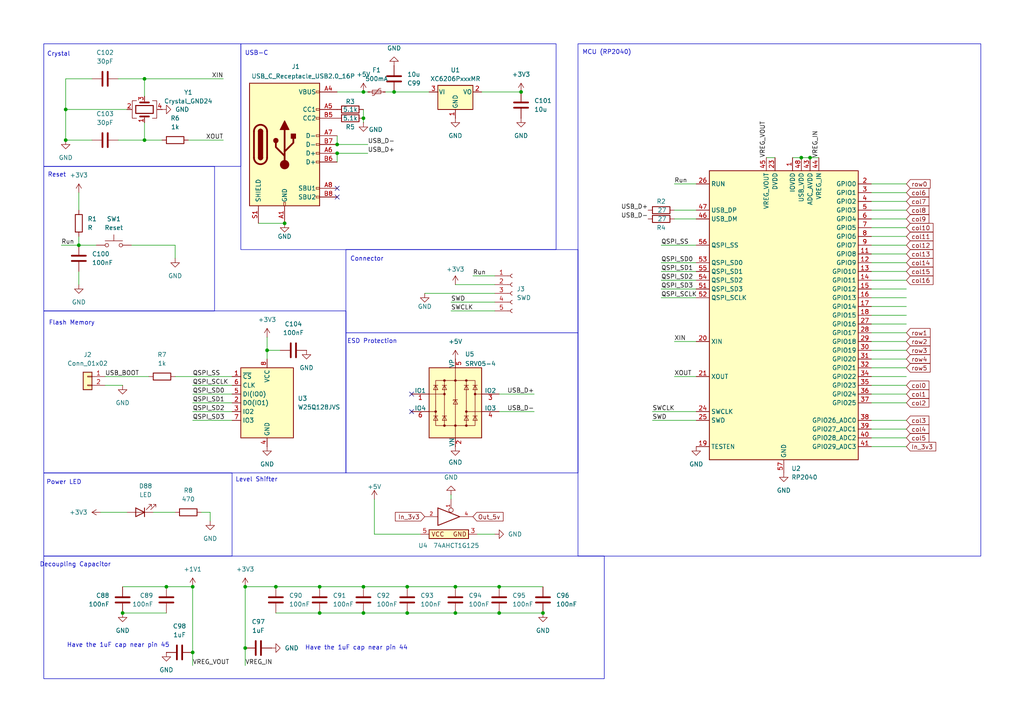
<source format=kicad_sch>
(kicad_sch (version 20231120) (generator "eeschema") (generator_version "8.0")
  (paper "A4")
  (lib_symbols
    (symbol "74xGxx:74AHCT1G125" (pin_names (offset 1.016))
      (property "Reference" "U5" (at -0.635 -8.255 0))
      (property "Value" "74AHCT1G125" (at -0.635 -11.0301 0))
      (symbol "74AHCT1G125_0_0"
        (text "GND" (at 2.54 -5.08 0) (effects (font (size 1.27 1.27))))
        (text "VCC" (at -3.81 -5.08 0) (effects (font (size 1.27 1.27))))
      )
      (symbol "74AHCT1G125_1_1"
        (pin input inverted (at 0 5.08 270) (length 3.81) (name "~") (number "1"))
        (pin input line (at -7.62 0 0) (length 3.81) (name "~") (number "2"))
        (pin output line (at 7.62 -5.08 180) (length 2.54) (name "") (number "3"))
        (pin power_in line (at 1.27 -1.27 270) (length 0) hide (name "GND") (number "3"))
        (pin tri_state line (at 6.35 0 180) (length 3.81) (name "~") (number "4"))
        (pin input line (at -8.89 -5.08 0) (length 2.54) (name "") (number "5"))
        (pin power_in line (at 1.27 1.27 90) (length 0) hide (name "VCC") (number "5"))
      )
    )
    (symbol "Connector:Conn_01x05_Female" (pin_names (offset 1.016) hide)
      (property "Reference" "J" (at 0 7.62 0))
      (property "Value" "Conn_01x05_Female" (at 0 -7.62 0))
      (symbol "Conn_01x05_Female_1_1"
        (pin passive line (at -5.08 5.08 0) (length 3.81) (name "Pin_1") (number "1"))
        (pin passive line (at -5.08 2.54 0) (length 3.81) (name "Pin_2") (number "2"))
        (pin passive line (at -5.08 0 0) (length 3.81) (name "Pin_3") (number "3"))
        (pin passive line (at -5.08 -2.54 0) (length 3.81) (name "Pin_4") (number "4"))
        (pin passive line (at -5.08 -5.08 0) (length 3.81) (name "Pin_5") (number "5"))
      )
    )
    (symbol "Connector:USB_C_Receptacle_USB2.0_16P" (pin_names (offset 1.016))
      (property "Reference" "J" (at 0 22.225 0))
      (property "Value" "USB_C_Receptacle_USB2.0_16P" (at 0 19.685 0))
      (symbol "USB_C_Receptacle_USB2.0_16P_1_1"
        (pin passive line (at 0 -22.86 90) (length 5.08) (name "GND") (number "A1"))
        (pin passive line (at 0 -22.86 90) (length 5.08) hide (name "GND") (number "A12"))
        (pin passive line (at 15.24 15.24 180) (length 5.08) (name "VBUS") (number "A4"))
        (pin bidirectional line (at 15.24 10.16 180) (length 5.08) (name "CC1") (number "A5"))
        (pin bidirectional line (at 15.24 -2.54 180) (length 5.08) (name "D+") (number "A6"))
        (pin bidirectional line (at 15.24 2.54 180) (length 5.08) (name "D-") (number "A7"))
        (pin bidirectional line (at 15.24 -12.7 180) (length 5.08) (name "SBU1") (number "A8"))
        (pin passive line (at 15.24 15.24 180) (length 5.08) hide (name "VBUS") (number "A9"))
        (pin passive line (at 0 -22.86 90) (length 5.08) hide (name "GND") (number "B1"))
        (pin passive line (at 0 -22.86 90) (length 5.08) hide (name "GND") (number "B12"))
        (pin passive line (at 15.24 15.24 180) (length 5.08) hide (name "VBUS") (number "B4"))
        (pin bidirectional line (at 15.24 7.62 180) (length 5.08) (name "CC2") (number "B5"))
        (pin bidirectional line (at 15.24 -5.08 180) (length 5.08) (name "D+") (number "B6"))
        (pin bidirectional line (at 15.24 0 180) (length 5.08) (name "D-") (number "B7"))
        (pin bidirectional line (at 15.24 -15.24 180) (length 5.08) (name "SBU2") (number "B8"))
        (pin passive line (at 15.24 15.24 180) (length 5.08) hide (name "VBUS") (number "B9"))
        (pin passive line (at -7.62 -22.86 90) (length 5.08) (name "SHIELD") (number "S1"))
      )
    )
    (symbol "Connector_Generic:Conn_01x02" (pin_names (offset 1.016) hide)
      (property "Reference" "J" (at 0 2.54 0))
      (property "Value" "Conn_01x02" (at 0 -5.08 0))
      (symbol "Conn_01x02_1_1"
        (pin passive line (at -5.08 0 0) (length 3.81) (name "Pin_1") (number "1"))
        (pin passive line (at -5.08 -2.54 0) (length 3.81) (name "Pin_2") (number "2"))
      )
    )
    (symbol "Device:C" (pin_numbers hide) (pin_names (offset 0.254))
      (property "Reference" "C" (at 0.635 2.54 0))
      (property "Value" "C" (at 0.635 -2.54 0))
      (symbol "C_1_1"
        (pin passive line (at 0 3.81 270) (length 2.794) (name "~") (number "1"))
        (pin passive line (at 0 -3.81 90) (length 2.794) (name "~") (number "2"))
      )
    )
    (symbol "Device:Crystal_GND24" (pin_names (offset 1.016) hide)
      (property "Reference" "Y" (at 3.175 5.08 0))
      (property "Value" "Crystal_GND24" (at 3.175 3.175 0))
      (symbol "Crystal_GND24_1_1"
        (pin passive line (at -3.81 0 0) (length 1.27) (name "1") (number "1"))
        (pin passive line (at 0 5.08 270) (length 1.27) (name "2") (number "2"))
        (pin passive line (at 3.81 0 180) (length 1.27) (name "3") (number "3"))
        (pin passive line (at 0 -5.08 90) (length 1.27) (name "4") (number "4"))
      )
    )
    (symbol "Device:LED" (pin_numbers hide) (pin_names (offset 1.016) hide)
      (property "Reference" "D" (at 0 2.54 0))
      (property "Value" "LED" (at 0 -2.54 0))
      (symbol "LED_1_1"
        (pin passive line (at -3.81 0 0) (length 2.54) (name "K") (number "1"))
        (pin passive line (at 3.81 0 180) (length 2.54) (name "A") (number "2"))
      )
    )
    (symbol "Device:Polyfuse_Small" (pin_numbers hide) (pin_names (offset 0))
      (property "Reference" "F" (at -1.905 0 90))
      (property "Value" "Polyfuse_Small" (at 1.905 0 90))
      (symbol "Polyfuse_Small_1_1"
        (pin passive line (at 0 2.54 270) (length 0.635) (name "~") (number "1"))
        (pin passive line (at 0 -2.54 90) (length 0.635) (name "~") (number "2"))
      )
    )
    (symbol "Device:R" (pin_numbers hide) (pin_names (offset 0))
      (property "Reference" "R" (at 2.032 0 90))
      (property "Value" "R" (at 0 0 90))
      (symbol "R_1_1"
        (pin passive line (at 0 3.81 270) (length 1.27) (name "~") (number "1"))
        (pin passive line (at 0 -3.81 90) (length 1.27) (name "~") (number "2"))
      )
    )
    (symbol "MCU_RaspberryPi:RP2040"
      (property "Reference" "U" (at 17.78 45.72 0))
      (property "Value" "RP2040" (at 17.78 43.18 0))
      (symbol "RP2040_1_1"
        (pin power_in line (at 2.54 45.72 270) (length 3.81) (name "IOVDD") (number "1"))
        (pin passive line (at 2.54 45.72 270) (length 3.81) hide (name "IOVDD") (number "10"))
        (pin bidirectional line (at 25.4 17.78 180) (length 3.81) (name "GPIO8") (number "11"))
        (pin bidirectional line (at 25.4 15.24 180) (length 3.81) (name "GPIO9") (number "12"))
        (pin bidirectional line (at 25.4 12.7 180) (length 3.81) (name "GPIO10") (number "13"))
        (pin bidirectional line (at 25.4 10.16 180) (length 3.81) (name "GPIO11") (number "14"))
        (pin bidirectional line (at 25.4 7.62 180) (length 3.81) (name "GPIO12") (number "15"))
        (pin bidirectional line (at 25.4 5.08 180) (length 3.81) (name "GPIO13") (number "16"))
        (pin bidirectional line (at 25.4 2.54 180) (length 3.81) (name "GPIO14") (number "17"))
        (pin bidirectional line (at 25.4 0 180) (length 3.81) (name "GPIO15") (number "18"))
        (pin input line (at -25.4 -38.1 0) (length 3.81) (name "TESTEN") (number "19"))
        (pin bidirectional line (at 25.4 38.1 180) (length 3.81) (name "GPIO0") (number "2"))
        (pin input line (at -25.4 -7.62 0) (length 3.81) (name "XIN") (number "20"))
        (pin passive line (at -25.4 -17.78 0) (length 3.81) (name "XOUT") (number "21"))
        (pin passive line (at 2.54 45.72 270) (length 3.81) hide (name "IOVDD") (number "22"))
        (pin power_in line (at -2.54 45.72 270) (length 3.81) (name "DVDD") (number "23"))
        (pin input line (at -25.4 -27.94 0) (length 3.81) (name "SWCLK") (number "24"))
        (pin bidirectional line (at -25.4 -30.48 0) (length 3.81) (name "SWD") (number "25"))
        (pin input line (at -25.4 38.1 0) (length 3.81) (name "RUN") (number "26"))
        (pin bidirectional line (at 25.4 -2.54 180) (length 3.81) (name "GPIO16") (number "27"))
        (pin bidirectional line (at 25.4 -5.08 180) (length 3.81) (name "GPIO17") (number "28"))
        (pin bidirectional line (at 25.4 -7.62 180) (length 3.81) (name "GPIO18") (number "29"))
        (pin bidirectional line (at 25.4 35.56 180) (length 3.81) (name "GPIO1") (number "3"))
        (pin bidirectional line (at 25.4 -10.16 180) (length 3.81) (name "GPIO19") (number "30"))
        (pin bidirectional line (at 25.4 -12.7 180) (length 3.81) (name "GPIO20") (number "31"))
        (pin bidirectional line (at 25.4 -15.24 180) (length 3.81) (name "GPIO21") (number "32"))
        (pin passive line (at 2.54 45.72 270) (length 3.81) hide (name "IOVDD") (number "33"))
        (pin bidirectional line (at 25.4 -17.78 180) (length 3.81) (name "GPIO22") (number "34"))
        (pin bidirectional line (at 25.4 -20.32 180) (length 3.81) (name "GPIO23") (number "35"))
        (pin bidirectional line (at 25.4 -22.86 180) (length 3.81) (name "GPIO24") (number "36"))
        (pin bidirectional line (at 25.4 -25.4 180) (length 3.81) (name "GPIO25") (number "37"))
        (pin bidirectional line (at 25.4 -30.48 180) (length 3.81) (name "GPIO26_ADC0") (number "38"))
        (pin bidirectional line (at 25.4 -33.02 180) (length 3.81) (name "GPIO27_ADC1") (number "39"))
        (pin bidirectional line (at 25.4 33.02 180) (length 3.81) (name "GPIO2") (number "4"))
        (pin bidirectional line (at 25.4 -35.56 180) (length 3.81) (name "GPIO28_ADC2") (number "40"))
        (pin bidirectional line (at 25.4 -38.1 180) (length 3.81) (name "GPIO29_ADC3") (number "41"))
        (pin passive line (at 2.54 45.72 270) (length 3.81) hide (name "IOVDD") (number "42"))
        (pin power_in line (at 7.62 45.72 270) (length 3.81) (name "ADC_AVDD") (number "43"))
        (pin power_in line (at 10.16 45.72 270) (length 3.81) (name "VREG_IN") (number "44"))
        (pin power_out line (at -5.08 45.72 270) (length 3.81) (name "VREG_VOUT") (number "45"))
        (pin bidirectional line (at -25.4 27.94 0) (length 3.81) (name "USB_DM") (number "46"))
        (pin bidirectional line (at -25.4 30.48 0) (length 3.81) (name "USB_DP") (number "47"))
        (pin power_in line (at 5.08 45.72 270) (length 3.81) (name "USB_VDD") (number "48"))
        (pin passive line (at 2.54 45.72 270) (length 3.81) hide (name "IOVDD") (number "49"))
        (pin bidirectional line (at 25.4 30.48 180) (length 3.81) (name "GPIO3") (number "5"))
        (pin passive line (at -2.54 45.72 270) (length 3.81) hide (name "DVDD") (number "50"))
        (pin bidirectional line (at -25.4 7.62 0) (length 3.81) (name "QSPI_SD3") (number "51"))
        (pin output line (at -25.4 5.08 0) (length 3.81) (name "QSPI_SCLK") (number "52"))
        (pin bidirectional line (at -25.4 15.24 0) (length 3.81) (name "QSPI_SD0") (number "53"))
        (pin bidirectional line (at -25.4 10.16 0) (length 3.81) (name "QSPI_SD2") (number "54"))
        (pin bidirectional line (at -25.4 12.7 0) (length 3.81) (name "QSPI_SD1") (number "55"))
        (pin bidirectional line (at -25.4 20.32 0) (length 3.81) (name "QSPI_SS") (number "56"))
        (pin power_in line (at 0 -45.72 90) (length 3.81) (name "GND") (number "57"))
        (pin bidirectional line (at 25.4 27.94 180) (length 3.81) (name "GPIO4") (number "6"))
        (pin bidirectional line (at 25.4 25.4 180) (length 3.81) (name "GPIO5") (number "7"))
        (pin bidirectional line (at 25.4 22.86 180) (length 3.81) (name "GPIO6") (number "8"))
        (pin bidirectional line (at 25.4 20.32 180) (length 3.81) (name "GPIO7") (number "9"))
      )
    )
    (symbol "Memory_Flash:W25Q128JVS"
      (property "Reference" "U" (at -6.35 11.43 0))
      (property "Value" "W25Q128JVS" (at 7.62 11.43 0))
      (symbol "W25Q128JVS_1_1"
        (pin input line (at -10.16 7.62 0) (length 2.54) (name "~{CS}") (number "1"))
        (pin bidirectional line (at -10.16 0 0) (length 2.54) (name "DO(IO1)") (number "2"))
        (pin bidirectional line (at -10.16 -2.54 0) (length 2.54) (name "IO2") (number "3"))
        (pin power_in line (at 0 -12.7 90) (length 2.54) (name "GND") (number "4"))
        (pin bidirectional line (at -10.16 2.54 0) (length 2.54) (name "DI(IO0)") (number "5"))
        (pin input line (at -10.16 5.08 0) (length 2.54) (name "CLK") (number "6"))
        (pin bidirectional line (at -10.16 -5.08 0) (length 2.54) (name "IO3") (number "7"))
        (pin power_in line (at 0 12.7 270) (length 2.54) (name "VCC") (number "8"))
      )
    )
    (symbol "Regulator_Linear:XC6206PxxxMR" (pin_names (offset 0.254))
      (property "Reference" "U" (at -3.81 3.175 0))
      (property "Value" "XC6206PxxxMR" (at 0 3.175 0))
      (symbol "XC6206PxxxMR_1_1"
        (pin power_in line (at 0 -7.62 90) (length 2.54) (name "GND") (number "1"))
        (pin power_out line (at 7.62 0 180) (length 2.54) (name "VO") (number "2"))
        (pin power_in line (at -7.62 0 0) (length 2.54) (name "VI") (number "3"))
      )
    )
    (symbol "Switch:SW_Push" (pin_numbers hide) (pin_names (offset 1.016) hide)
      (property "Reference" "SW" (at 1.27 2.54 0))
      (property "Value" "SW_Push" (at 0 -1.524 0))
      (symbol "SW_Push_0_1"
        (pin passive line (at -5.08 0 0) (length 2.54) (name "1") (number "1"))
        (pin passive line (at 5.08 0 180) (length 2.54) (name "2") (number "2"))
      )
    )
    (symbol "marbastlib-various:SRV05-4" (pin_names (offset 0))
      (property "Reference" "U" (at -5.08 11.43 0))
      (property "Value" "SRV05-4" (at 2.54 11.43 0))
      (symbol "SRV05-4_1_1"
        (pin passive line (at -12.7 2.54 0) (length 5.08) (name "IO1") (number "1"))
        (pin passive line (at 0 -12.7 90) (length 2.54) (name "VN") (number "2"))
        (pin passive line (at 12.7 2.54 180) (length 5.08) (name "IO2") (number "3"))
        (pin passive line (at 12.7 -2.54 180) (length 5.08) (name "IO3") (number "4"))
        (pin passive line (at 0 12.7 270) (length 2.54) (name "VP") (number "5"))
        (pin passive line (at -12.7 -2.54 0) (length 5.08) (name "IO4") (number "6"))
      )
    )
    (symbol "power:+1V1" (power) (pin_numbers hide) (pin_names (offset 0) hide)
      (property "Value" "+1V1" (at 0 3.556 0))
      (symbol "+1V1_1_1"
        (pin power_in line (at 0 0 90) (length 0) (name "~") (number "1"))
      )
    )
    (symbol "power:+3V3" (power) (pin_numbers hide) (pin_names (offset 0) hide)
      (property "Value" "+3V3" (at 0 3.556 0))
      (symbol "+3V3_1_1"
        (pin power_in line (at 0 0 90) (length 0) (name "~") (number "1"))
      )
    )
    (symbol "power:+5V" (power) (pin_numbers hide) (pin_names (offset 0) hide)
      (property "Value" "+5V" (at 0 3.556 0))
      (symbol "+5V_1_1"
        (pin power_in line (at 0 0 90) (length 0) (name "~") (number "1"))
      )
    )
    (symbol "power:GND" (power) (pin_numbers hide) (pin_names (offset 0) hide)
      (property "Value" "GND" (at 0 -3.81 0))
      (symbol "GND_1_1"
        (pin power_in line (at 0 0 270) (length 0) (name "~") (number "1"))
      )
    )
  )
  (junction (at 234.95 45.72))
  (junction (at 118.11 177.8))
  (junction (at 105.41 177.8))
  (junction (at 48.26 170.18))
  (junction (at 19.05 31.75))
  (junction (at 77.47 101.6))
  (junction (at 151.13 26.67))
  (junction (at 132.08 177.8))
  (junction (at 22.86 71.12))
  (junction (at 41.91 40.64))
  (junction (at 97.79 44.45))
  (junction (at 105.41 26.67))
  (junction (at 144.78 170.18))
  (junction (at 35.56 177.8))
  (junction (at 105.41 170.18))
  (junction (at 132.08 170.18))
  (junction (at 55.88 189.23))
  (junction (at 157.48 177.8))
  (junction (at 71.12 170.18))
  (junction (at 71.12 187.96))
  (junction (at 97.79 41.91))
  (junction (at 144.78 177.8))
  (junction (at 55.88 170.18))
  (junction (at 80.01 170.18))
  (junction (at 232.41 45.72))
  (junction (at 118.11 170.18))
  (junction (at 92.71 170.18))
  (junction (at 82.55 64.77))
  (junction (at 41.91 22.86))
  (junction (at 105.41 34.29))
  (junction (at 92.71 177.8))
  (junction (at 114.3 26.67))
  (junction (at 19.05 40.64))
  (no_connect (at 119.38 119.38))
  (no_connect (at 97.79 54.61))
  (no_connect (at 119.38 114.3))
  (no_connect (at 97.79 57.15))
  (wire (pts (xy 252.73 58.42) (xy 262.89 58.42)))
  (wire (pts (xy 80.01 170.18) (xy 92.71 170.18)))
  (wire (pts (xy 144.78 119.38) (xy 154.94 119.38)))
  (wire (pts (xy 55.88 121.92) (xy 67.31 121.92)))
  (wire (pts (xy 191.77 83.82) (xy 201.93 83.82)))
  (wire (pts (xy 19.05 40.64) (xy 19.05 31.75)))
  (wire (pts (xy 252.73 68.58) (xy 262.89 68.58)))
  (wire (pts (xy 108.585 154.94) (xy 108.585 144.78)))
  (wire (pts (xy 252.73 55.88) (xy 262.89 55.88)))
  (wire (pts (xy 48.26 170.18) (xy 55.88 170.18)))
  (wire (pts (xy 114.3 26.67) (xy 124.46 26.67)))
  (wire (pts (xy 252.73 104.14) (xy 262.89 104.14)))
  (wire (pts (xy 71.12 170.18) (xy 80.01 170.18)))
  (wire (pts (xy 77.47 101.6) (xy 81.28 101.6)))
  (wire (pts (xy 77.47 97.79) (xy 77.47 101.6)))
  (wire (pts (xy 144.78 114.3) (xy 154.94 114.3)))
  (wire (pts (xy 252.73 60.96) (xy 262.89 60.96)))
  (wire (pts (xy 234.95 45.72) (xy 237.49 45.72)))
  (wire (pts (xy 97.79 44.45) (xy 106.68 44.45)))
  (wire (pts (xy 41.91 27.94) (xy 41.91 22.86)))
  (wire (pts (xy 48.26 170.18) (xy 35.56 170.18)))
  (wire (pts (xy 252.73 99.06) (xy 262.89 99.06)))
  (wire (pts (xy 252.73 81.28) (xy 262.89 81.28)))
  (wire (pts (xy 132.08 170.18) (xy 144.78 170.18)))
  (wire (pts (xy 189.23 119.38) (xy 201.93 119.38)))
  (wire (pts (xy 74.93 64.77) (xy 82.55 64.77)))
  (wire (pts (xy 252.73 76.2) (xy 262.89 76.2)))
  (wire (pts (xy 77.47 101.6) (xy 77.47 104.14)))
  (wire (pts (xy 195.58 63.5) (xy 201.93 63.5)))
  (wire (pts (xy 41.91 40.64) (xy 46.99 40.64)))
  (wire (pts (xy 55.88 116.84) (xy 67.31 116.84)))
  (wire (pts (xy 195.58 109.22) (xy 201.93 109.22)))
  (wire (pts (xy 252.73 71.12) (xy 262.89 71.12)))
  (wire (pts (xy 144.78 170.18) (xy 157.48 170.18)))
  (wire (pts (xy 92.71 170.18) (xy 105.41 170.18)))
  (wire (pts (xy 252.73 124.46) (xy 262.89 124.46)))
  (wire (pts (xy 29.21 148.59) (xy 36.83 148.59)))
  (wire (pts (xy 252.73 116.84) (xy 262.89 116.84)))
  (wire (pts (xy 50.8 109.22) (xy 67.31 109.22)))
  (wire (pts (xy 55.88 170.18) (xy 55.88 189.23)))
  (wire (pts (xy 55.88 111.76) (xy 67.31 111.76)))
  (wire (pts (xy 191.77 78.74) (xy 201.93 78.74)))
  (wire (pts (xy 50.8 71.12) (xy 50.8 74.93)))
  (wire (pts (xy 252.73 96.52) (xy 262.89 96.52)))
  (wire (pts (xy 252.73 91.44) (xy 262.89 91.44)))
  (wire (pts (xy 22.86 78.74) (xy 22.86 82.55)))
  (wire (pts (xy 222.25 45.72) (xy 224.79 45.72)))
  (wire (pts (xy 54.61 40.64) (xy 64.77 40.64)))
  (wire (pts (xy 252.73 109.22) (xy 262.89 109.22)))
  (wire (pts (xy 191.77 71.12) (xy 201.93 71.12)))
  (wire (pts (xy 30.48 111.76) (xy 35.56 111.76)))
  (wire (pts (xy 105.41 26.67) (xy 106.68 26.67)))
  (wire (pts (xy 252.73 83.82) (xy 262.89 83.82)))
  (wire (pts (xy 130.81 144.78) (xy 130.81 143.51)))
  (wire (pts (xy 191.77 76.2) (xy 201.93 76.2)))
  (wire (pts (xy 121.92 154.94) (xy 108.585 154.94)))
  (wire (pts (xy 118.11 177.8) (xy 132.08 177.8)))
  (wire (pts (xy 34.29 40.64) (xy 41.91 40.64)))
  (wire (pts (xy 26.67 40.64) (xy 19.05 40.64)))
  (wire (pts (xy 195.58 99.06) (xy 201.93 99.06)))
  (wire (pts (xy 55.88 119.38) (xy 67.31 119.38)))
  (wire (pts (xy 130.81 90.17) (xy 143.51 90.17)))
  (wire (pts (xy 41.91 22.86) (xy 64.77 22.86)))
  (wire (pts (xy 130.81 87.63) (xy 143.51 87.63)))
  (wire (pts (xy 252.73 53.34) (xy 262.89 53.34)))
  (wire (pts (xy 71.12 187.96) (xy 71.12 193.04)))
  (wire (pts (xy 105.41 170.18) (xy 118.11 170.18)))
  (wire (pts (xy 252.73 88.9) (xy 262.89 88.9)))
  (wire (pts (xy 252.73 111.76) (xy 262.89 111.76)))
  (wire (pts (xy 106.68 41.91) (xy 97.79 41.91)))
  (wire (pts (xy 17.78 71.12) (xy 22.86 71.12)))
  (wire (pts (xy 137.16 80.01) (xy 143.51 80.01)))
  (wire (pts (xy 97.79 44.45) (xy 97.79 46.99)))
  (wire (pts (xy 97.79 26.67) (xy 105.41 26.67)))
  (wire (pts (xy 229.87 45.72) (xy 232.41 45.72)))
  (wire (pts (xy 19.05 31.75) (xy 19.05 22.86)))
  (wire (pts (xy 19.05 31.75) (xy 36.83 31.75)))
  (wire (pts (xy 252.73 121.92) (xy 262.89 121.92)))
  (wire (pts (xy 132.08 177.8) (xy 144.78 177.8)))
  (wire (pts (xy 139.7 26.67) (xy 151.13 26.67)))
  (wire (pts (xy 97.79 39.37) (xy 97.79 41.91)))
  (wire (pts (xy 252.73 114.3) (xy 262.89 114.3)))
  (wire (pts (xy 30.48 109.22) (xy 43.18 109.22)))
  (wire (pts (xy 55.88 114.3) (xy 67.31 114.3)))
  (wire (pts (xy 252.73 78.74) (xy 262.89 78.74)))
  (wire (pts (xy 252.73 66.04) (xy 262.89 66.04)))
  (wire (pts (xy 105.41 35.56) (xy 105.41 34.29)))
  (wire (pts (xy 92.71 177.8) (xy 105.41 177.8)))
  (wire (pts (xy 80.01 177.8) (xy 92.71 177.8)))
  (wire (pts (xy 34.29 22.86) (xy 41.91 22.86)))
  (wire (pts (xy 252.73 129.54) (xy 262.89 129.54)))
  (wire (pts (xy 252.73 63.5) (xy 262.89 63.5)))
  (wire (pts (xy 191.77 86.36) (xy 201.93 86.36)))
  (wire (pts (xy 189.23 121.92) (xy 201.93 121.92)))
  (wire (pts (xy 195.58 53.34) (xy 201.93 53.34)))
  (wire (pts (xy 44.45 148.59) (xy 50.8 148.59)))
  (wire (pts (xy 19.05 22.86) (xy 26.67 22.86)))
  (wire (pts (xy 111.76 26.67) (xy 114.3 26.67)))
  (wire (pts (xy 22.86 68.58) (xy 22.86 71.12)))
  (wire (pts (xy 60.96 148.59) (xy 60.96 151.13)))
  (wire (pts (xy 123.19 85.09) (xy 143.51 85.09)))
  (wire (pts (xy 38.1 71.12) (xy 50.8 71.12)))
  (wire (pts (xy 252.73 127) (xy 262.89 127)))
  (wire (pts (xy 55.88 189.23) (xy 55.88 193.04)))
  (wire (pts (xy 252.73 73.66) (xy 262.89 73.66)))
  (wire (pts (xy 262.89 106.68) (xy 252.73 106.68)))
  (wire (pts (xy 22.86 71.12) (xy 27.94 71.12)))
  (wire (pts (xy 138.43 154.94) (xy 143.51 154.94)))
  (wire (pts (xy 58.42 148.59) (xy 60.96 148.59)))
  (wire (pts (xy 132.08 82.55) (xy 143.51 82.55)))
  (wire (pts (xy 232.41 45.72) (xy 234.95 45.72)))
  (wire (pts (xy 252.73 101.6) (xy 262.89 101.6)))
  (wire (pts (xy 71.12 170.18) (xy 71.12 187.96)))
  (wire (pts (xy 105.41 177.8) (xy 118.11 177.8)))
  (wire (pts (xy 118.11 170.18) (xy 132.08 170.18)))
  (wire (pts (xy 195.58 60.96) (xy 201.93 60.96)))
  (wire (pts (xy 252.73 93.98) (xy 262.89 93.98)))
  (wire (pts (xy 252.73 86.36) (xy 262.89 86.36)))
  (wire (pts (xy 191.77 81.28) (xy 201.93 81.28)))
  (wire (pts (xy 105.41 31.75) (xy 105.41 34.29)))
  (wire (pts (xy 22.86 55.88) (xy 22.86 60.96)))
  (wire (pts (xy 48.26 177.8) (xy 35.56 177.8)))
  (wire (pts (xy 41.91 35.56) (xy 41.91 40.64)))
  (wire (pts (xy 144.78 177.8) (xy 157.48 177.8)))
  (rectangle (start 100.33 96.52) (end 167.64 137.16))
  (rectangle (start 12.7 161.29) (end 175.26 196.85))
  (rectangle (start 167.64 12.7) (end 284.48 161.29))
  (rectangle (start 12.7 12.7) (end 69.85 48.26))
  (rectangle (start 12.7 137.16) (end 67.31 161.29))
  (rectangle (start 100.33 72.39) (end 167.64 96.52))
  (rectangle (start 69.85 12.7) (end 161.29 72.39))
  (rectangle (start 12.7 48.26) (end 62.23 90.17))
  (rectangle (start 12.7 90.17) (end 100.33 137.16))
  (text "Flash Memory" (at 20.828 93.726 0) (effects (font (size 1.27 1.27))))
  (text "Connector" (at 106.426 75.184 0) (effects (font (size 1.27 1.27))))
  (text "Power LED" (at 18.542 139.954 0) (effects (font (size 1.27 1.27))))
  (text "ESD Protection" (at 107.95 99.06 0) (effects (font (size 1.27 1.27))))
  (text "Decoupling Capacitor" (at 21.844 163.83 0) (effects (font (size 1.27 1.27))))
  (text "Have the 1uF cap near pin 45" (at 34.29 187.198 0) (effects (font (size 1.27 1.27))))
  (text "MCU (RP2040)\n" (at 176.022 15.24 0) (effects (font (size 1.27 1.27))))
  (text "USB-C" (at 74.422 15.494 0) (effects (font (size 1.27 1.27))))
  (text "Level Shifter\n" (at 74.422 139.192 0) (effects (font (size 1.27 1.27))))
  (text "Crystal" (at 17.018 15.748 0) (effects (font (size 1.27 1.27))))
  (text "Have the 1uF cap near pin 44" (at 103.378 187.96 0) (effects (font (size 1.27 1.27))))
  (text "Reset" (at 16.51 50.8 0) (effects (font (size 1.27 1.27))))
  (label "QSPI_SS" (at 191.77 71.12 0))
  (label "USB_D-" (at 187.96 63.5 180))
  (label "QSPI_SD3" (at 55.88 121.92 0))
  (label "Run" (at 195.58 53.34 0))
  (label "QSPI_SCLK" (at 191.77 86.36 0))
  (label "USB_D-" (at 154.94 119.38 180))
  (label "USB_D+" (at 154.94 114.3 180))
  (label "XIN" (at 195.58 99.06 0))
  (label "VREG_IN" (at 71.12 193.04 0))
  (label "VREG_IN" (at 237.49 45.72 90))
  (label "QSPI_SD2" (at 191.77 81.28 0))
  (label "USB_D+" (at 187.96 60.96 180))
  (label "Run" (at 137.16 80.01 0))
  (label "QSPI_SD1" (at 191.77 78.74 0))
  (label "SWD" (at 189.23 121.92 0))
  (label "QSPI_SD3" (at 191.77 83.82 0))
  (label "QSPI_SD2" (at 55.88 119.38 0))
  (label "VREG_VOUT" (at 55.88 193.04 0))
  (label "USB_D+" (at 106.68 44.45 0))
  (label "USB_D-" (at 106.68 41.91 0))
  (label "VREG_VOUT" (at 222.25 45.72 90))
  (label "Run" (at 17.78 71.12 0))
  (label "QSPI_SS" (at 55.88 109.22 0))
  (label "QSPI_SCLK" (at 55.88 111.76 0))
  (label "QSPI_SD0" (at 191.77 76.2 0))
  (label "QSPI_SD1" (at 55.88 116.84 0))
  (label "XOUT" (at 195.58 109.22 0))
  (label "SWD" (at 130.81 87.63 0))
  (label "XOUT" (at 64.77 40.64 180))
  (label "USB_BOOT" (at 30.48 109.22 0))
  (label "SWCLK" (at 130.81 90.17 0))
  (label "XIN" (at 64.77 22.86 180))
  (label "QSPI_SD0" (at 55.88 114.3 0))
  (label "SWCLK" (at 189.23 119.38 0))
  (global_label "row2" (shape input) (at 262.89 99.06 0) (property "Intersheetrefs" "${INTERSHEET_REFS}" (effects (hide yes))))
  (global_label "col10" (shape input) (at 262.89 66.04 0) (property "Intersheetrefs" "${INTERSHEET_REFS}" (effects (hide yes))))
  (global_label "col6" (shape input) (at 262.89 55.88 0) (property "Intersheetrefs" "${INTERSHEET_REFS}" (effects (hide yes))))
  (global_label "In_3v3" (shape input) (at 262.89 129.54 0) (property "Intersheetrefs" "${INTERSHEET_REFS}" (effects (hide yes))))
  (global_label "row5" (shape input) (at 262.89 106.68 0) (property "Intersheetrefs" "${INTERSHEET_REFS}" (effects (hide yes))))
  (global_label "col5" (shape input) (at 262.89 127 0) (property "Intersheetrefs" "${INTERSHEET_REFS}" (effects (hide yes))))
  (global_label "col14" (shape input) (at 262.89 76.2 0) (property "Intersheetrefs" "${INTERSHEET_REFS}" (effects (hide yes))))
  (global_label "col8" (shape input) (at 262.89 60.96 0) (property "Intersheetrefs" "${INTERSHEET_REFS}" (effects (hide yes))))
  (global_label "row0" (shape input) (at 262.89 53.34 0) (property "Intersheetrefs" "${INTERSHEET_REFS}" (effects (hide yes))))
  (global_label "col13" (shape input) (at 262.89 73.66 0) (property "Intersheetrefs" "${INTERSHEET_REFS}" (effects (hide yes))))
  (global_label "col9" (shape input) (at 262.89 63.5 0) (property "Intersheetrefs" "${INTERSHEET_REFS}" (effects (hide yes))))
  (global_label "col3" (shape input) (at 262.89 121.92 0) (property "Intersheetrefs" "${INTERSHEET_REFS}" (effects (hide yes))))
  (global_label "col15" (shape input) (at 262.89 78.74 0) (property "Intersheetrefs" "${INTERSHEET_REFS}" (effects (hide yes))))
  (global_label "col0" (shape input) (at 262.89 111.76 0) (property "Intersheetrefs" "${INTERSHEET_REFS}" (effects (hide yes))))
  (global_label "col11" (shape input) (at 262.89 68.58 0) (property "Intersheetrefs" "${INTERSHEET_REFS}" (effects (hide yes))))
  (global_label "col4" (shape input) (at 262.89 124.46 0) (property "Intersheetrefs" "${INTERSHEET_REFS}" (effects (hide yes))))
  (global_label "col2" (shape input) (at 262.89 116.84 0) (property "Intersheetrefs" "${INTERSHEET_REFS}" (effects (hide yes))))
  (global_label "col12" (shape input) (at 262.89 71.12 0) (property "Intersheetrefs" "${INTERSHEET_REFS}" (effects (hide yes))))
  (global_label "col16" (shape input) (at 262.89 81.28 0) (property "Intersheetrefs" "${INTERSHEET_REFS}" (effects (hide yes))))
  (global_label "col7" (shape input) (at 262.89 58.42 0) (property "Intersheetrefs" "${INTERSHEET_REFS}" (effects (hide yes))))
  (global_label "row1" (shape input) (at 262.89 96.52 0) (property "Intersheetrefs" "${INTERSHEET_REFS}" (effects (hide yes))))
  (global_label "col1" (shape input) (at 262.89 114.3 0) (property "Intersheetrefs" "${INTERSHEET_REFS}" (effects (hide yes))))
  (global_label "row3" (shape input) (at 262.89 101.6 0) (property "Intersheetrefs" "${INTERSHEET_REFS}" (effects (hide yes))))
  (global_label "row4" (shape input) (at 262.89 104.14 0) (property "Intersheetrefs" "${INTERSHEET_REFS}" (effects (hide yes))))
  (global_label "In_3v3" (shape input) (at 123.19 149.86 180) (property "Intersheetrefs" "${INTERSHEET_REFS}" (effects (hide yes))))
  (global_label "Out_5v" (shape input) (at 137.16 149.86 0) (property "Intersheetrefs" "${INTERSHEET_REFS}" (effects (hide yes))))
  (symbol (lib_id "Device:C") (at 30.48 22.86 90) (unit 1)
    (property "Reference" "C102" (at 30.48 15.24 90))
    (property "Value" "30pF" (at 30.48 17.78 90))
    (property "Footprint" "Capacitor_SMD:C_0402_1005Metric_Pad0.74x0.62mm_HandSolder" (effects (hide yes)))
    (property "Description" "Unpolarized capacitor" (effects (hide yes)))
  )
  (symbol (lib_id "Device:C") (at 48.26 173.99 0) (mirror y) (unit 1)
    (property "Reference" "C89" (at 44.45 172.7199 0) (effects (justify left)))
    (property "Value" "100nF" (at 44.45 175.2599 0) (effects (justify left)))
    (property "Footprint" "Capacitor_SMD:C_0402_1005Metric_Pad0.74x0.62mm_HandSolder" (effects (hide yes)))
    (property "Description" "Unpolarized capacitor" (effects (hide yes)))
  )
  (symbol (lib_id "power:GND") (at 19.05 40.64 0) (unit 1)
    (property "Reference" "#PWR030" (effects (hide yes)))
    (property "Value" "GND" (at 19.05 45.72 0))
    (property "Description" "Power symbol creates a global label with name \"GND\" , ground" (effects (hide yes)))
  )
  (symbol (lib_id "Device:R") (at 46.99 109.22 90) (unit 1)
    (property "Reference" "R7" (at 46.99 102.87 90))
    (property "Value" "1k" (at 46.99 105.41 90))
    (property "Footprint" "Resistor_SMD:R_0603_1608Metric_Pad0.98x0.95mm_HandSolder" (effects (hide yes)))
    (property "Description" "Resistor" (effects (hide yes)))
  )
  (symbol (lib_id "power:+1V1") (at 55.88 170.18 0) (unit 1)
    (property "Reference" "#PWR013" (effects (hide yes)))
    (property "Value" "+1V1" (at 55.88 165.1 0))
    (property "Description" "Power symbol creates a global label with name \"+1V1\"" (effects (hide yes)))
  )
  (symbol (lib_id "Device:C") (at 74.93 187.96 90) (unit 1)
    (property "Reference" "C97" (at 74.93 180.34 90))
    (property "Value" "1uF" (at 74.93 182.88 90))
    (property "Footprint" "Capacitor_SMD:C_0402_1005Metric_Pad0.74x0.62mm_HandSolder" (effects (hide yes)))
    (property "Description" "Unpolarized capacitor" (effects (hide yes)))
  )
  (symbol (lib_id "Device:R") (at 101.6 34.29 90) (unit 1)
    (property "Reference" "R5" (at 101.6 36.83 90))
    (property "Value" "5.1k" (at 101.6 34.29 90))
    (property "Footprint" "Resistor_SMD:R_0603_1608Metric_Pad0.98x0.95mm_HandSolder" (effects (hide yes)))
    (property "Description" "Resistor" (effects (hide yes)))
  )
  (symbol (lib_id "power:GND") (at 46.99 31.75 90) (unit 1)
    (property "Reference" "#PWR029" (effects (hide yes)))
    (property "Value" "GND" (at 50.8 31.7499 90) (effects (justify right)))
    (property "Description" "Power symbol creates a global label with name \"GND\" , ground" (effects (hide yes)))
  )
  (symbol (lib_id "Device:LED") (at 40.64 148.59 180) (unit 1)
    (property "Reference" "D88" (at 42.2275 140.97 0))
    (property "Value" "LED" (at 42.2275 143.51 0))
    (property "Footprint" "LED_SMD:LED_0603_1608Metric_Pad1.05x0.95mm_HandSolder" (effects (hide yes)))
    (property "Description" "Light emitting diode" (effects (hide yes)))
  )
  (symbol (lib_id "power:GND") (at 151.13 34.29 0) (unit 1)
    (property "Reference" "#PWR025" (effects (hide yes)))
    (property "Value" "GND" (at 151.13 39.37 0))
    (property "Description" "Power symbol creates a global label with name \"GND\" , ground" (effects (hide yes)))
  )
  (symbol (lib_id "power:+5V") (at 108.585 144.78 0) (unit 1)
    (property "Reference" "#PWR044" (effects (hide yes)))
    (property "Value" "+5V" (at 108.585 141.1755 0))
  )
  (symbol (lib_id "Regulator_Linear:XC6206PxxxMR") (at 132.08 26.67 0) (unit 1)
    (property "Reference" "U1" (at 132.08 20.32 0))
    (property "Value" "XC6206PxxxMR" (at 132.08 22.86 0))
    (property "Footprint" "Package_TO_SOT_SMD:SOT-23-3" (effects (hide yes)))
    (property "Datasheet" "https://www.torexsemi.com/file/xc6206/XC6206.pdf" (effects (hide yes)))
    (property "Description" "Positive 60-250mA Low Dropout Regulator, Fixed Output, SOT-23" (effects (hide yes)))
  )
  (symbol (lib_id "power:GND") (at 35.56 177.8 0) (mirror y) (unit 1)
    (property "Reference" "#PWR015" (effects (hide yes)))
    (property "Value" "GND" (at 35.56 182.88 0))
    (property "Description" "Power symbol creates a global label with name \"GND\" , ground" (effects (hide yes)))
  )
  (symbol (lib_id "power:GND") (at 78.74 187.96 90) (unit 1)
    (property "Reference" "#PWR018" (effects (hide yes)))
    (property "Value" "GND" (at 82.55 187.9599 90) (effects (justify right)))
    (property "Description" "Power symbol creates a global label with name \"GND\" , ground" (effects (hide yes)))
  )
  (symbol (lib_id "power:GND") (at 105.41 35.56 0) (unit 1)
    (property "Reference" "#PWR027" (effects (hide yes)))
    (property "Value" "GND" (at 108.966 37.592 0))
    (property "Description" "Power symbol creates a global label with name \"GND\" , ground" (effects (hide yes)))
  )
  (symbol (lib_id "Device:C") (at 144.78 173.99 0) (unit 1)
    (property "Reference" "C95" (at 148.59 172.7199 0) (effects (justify left)))
    (property "Value" "100nF" (at 148.59 175.2599 0) (effects (justify left)))
    (property "Footprint" "Capacitor_SMD:C_0402_1005Metric_Pad0.74x0.62mm_HandSolder" (effects (hide yes)))
    (property "Description" "Unpolarized capacitor" (effects (hide yes)))
  )
  (symbol (lib_id "Device:C") (at 52.07 189.23 90) (unit 1)
    (property "Reference" "C98" (at 52.07 181.61 90))
    (property "Value" "1uF" (at 52.07 184.15 90))
    (property "Footprint" "Capacitor_SMD:C_0402_1005Metric_Pad0.74x0.62mm_HandSolder" (effects (hide yes)))
    (property "Description" "Unpolarized capacitor" (effects (hide yes)))
  )
  (symbol (lib_id "Connector:Conn_01x05_Female") (at 148.59 85.09 0) (unit 1)
    (property "Reference" "J3" (at 149.86 83.8199 0) (effects (justify left)))
    (property "Value" "SWD" (at 149.86 86.3599 0) (effects (justify left)))
    (property "Footprint" "Connector_PinHeader_2.54mm:PinHeader_1x05_P2.54mm_Vertical" (effects (hide yes)))
  )
  (symbol (lib_id "power:+3V3") (at 22.86 55.88 0) (unit 1)
    (property "Reference" "#PWR017" (effects (hide yes)))
    (property "Value" "+3V3" (at 22.86 50.8 0))
    (property "Description" "Power symbol creates a global label with name \"+3V3\"" (effects (hide yes)))
  )
  (symbol (lib_id "power:GND") (at 48.26 189.23 0) (unit 1)
    (property "Reference" "#PWR019" (effects (hide yes)))
    (property "Value" "GND" (at 48.26 194.31 0))
    (property "Description" "Power symbol creates a global label with name \"GND\" , ground" (effects (hide yes)))
  )
  (symbol (lib_id "power:+3V3") (at 77.47 97.79 0) (unit 1)
    (property "Reference" "#PWR031" (effects (hide yes)))
    (property "Value" "+3V3" (at 77.47 92.71 0))
    (property "Description" "Power symbol creates a global label with name \"+3V3\"" (effects (hide yes)))
  )
  (symbol (lib_id "power:GND") (at 60.96 151.13 0) (unit 1)
    (property "Reference" "#PWR038" (effects (hide yes)))
    (property "Value" "GND" (at 60.96 156.21 0))
    (property "Description" "Power symbol creates a global label with name \"GND\" , ground" (effects (hide yes)))
  )
  (symbol (lib_id "power:GND") (at 132.08 34.29 0) (unit 1)
    (property "Reference" "#PWR024" (effects (hide yes)))
    (property "Value" "GND" (at 132.08 39.37 0))
    (property "Description" "Power symbol creates a global label with name \"GND\" , ground" (effects (hide yes)))
  )
  (symbol (lib_id "power:GND") (at 50.8 74.93 0) (unit 1)
    (property "Reference" "#PWR023" (effects (hide yes)))
    (property "Value" "GND" (at 50.8 80.01 0))
    (property "Description" "Power symbol creates a global label with name \"GND\" , ground" (effects (hide yes)))
  )
  (symbol (lib_id "Device:C") (at 157.48 173.99 0) (unit 1)
    (property "Reference" "C96" (at 161.29 172.7199 0) (effects (justify left)))
    (property "Value" "100nF" (at 161.29 175.2599 0) (effects (justify left)))
    (property "Footprint" "Capacitor_SMD:C_0402_1005Metric_Pad0.74x0.62mm_HandSolder" (effects (hide yes)))
    (property "Description" "Unpolarized capacitor" (effects (hide yes)))
  )
  (symbol (lib_id "Connector_Generic:Conn_01x02") (at 25.4 109.22 0) (mirror y) (unit 1)
    (property "Reference" "J2" (at 25.4 102.87 0))
    (property "Value" "Conn_01x02" (at 25.4 105.41 0))
    (property "Footprint" "Connector_JST:JST_EH_B2B-EH-A_1x02_P2.50mm_Vertical" (effects (hide yes)))
    (property "Description" "Generic connector, single row, 01x02, script generated (kicad-library-utils/schlib/autogen/connector/)" (effects (hide yes)))
  )
  (symbol (lib_id "Device:C") (at 35.56 173.99 0) (mirror y) (unit 1)
    (property "Reference" "C88" (at 31.75 172.7199 0) (effects (justify left)))
    (property "Value" "100nF" (at 31.75 175.2599 0) (effects (justify left)))
    (property "Footprint" "Capacitor_SMD:C_0402_1005Metric_Pad0.74x0.62mm_HandSolder" (effects (hide yes)))
    (property "Description" "Unpolarized capacitor" (effects (hide yes)))
  )
  (symbol (lib_id "power:GND") (at 22.86 82.55 0) (unit 1)
    (property "Reference" "#PWR026" (effects (hide yes)))
    (property "Value" "GND" (at 22.86 87.63 0))
    (property "Description" "Power symbol creates a global label with name \"GND\" , ground" (effects (hide yes)))
  )
  (symbol (lib_id "Device:Polyfuse_Small") (at 109.22 26.67 90) (unit 1)
    (property "Reference" "F1" (at 109.22 20.32 90))
    (property "Value" "500mA" (at 109.22 22.86 90))
    (property "Footprint" "Fuse:Fuse_1206_3216Metric" (effects (hide yes)))
    (property "LCSC" "C70076" (effects (hide yes)))
  )
  (symbol (lib_id "Device:R") (at 191.77 60.96 90) (unit 1)
    (property "Reference" "R2" (at 191.77 58.42 90))
    (property "Value" "27" (at 192.024 60.96 90))
    (property "Footprint" "Resistor_SMD:R_0603_1608Metric_Pad0.98x0.95mm_HandSolder" (effects (hide yes)))
    (property "Description" "Resistor" (effects (hide yes)))
  )
  (symbol (lib_id "power:GND") (at 88.9 101.6 0) (unit 1)
    (property "Reference" "#PWR032" (effects (hide yes)))
    (property "Value" "GND" (at 88.9 106.68 0))
    (property "Description" "Power symbol creates a global label with name \"GND\" , ground" (effects (hide yes)))
  )
  (symbol (lib_id "Device:R") (at 191.77 63.5 270) (unit 1)
    (property "Reference" "R4" (at 191.77 66.04 90))
    (property "Value" "27" (at 192.024 63.5 90))
    (property "Footprint" "Resistor_SMD:R_0603_1608Metric_Pad0.98x0.95mm_HandSolder" (effects (hide yes)))
    (property "Description" "Resistor" (effects (hide yes)))
  )
  (symbol (lib_id "power:GND") (at 35.56 111.76 0) (unit 1)
    (property "Reference" "#PWR034" (effects (hide yes)))
    (property "Value" "GND" (at 35.56 116.84 0))
    (property "Description" "Power symbol creates a global label with name \"GND\" , ground" (effects (hide yes)))
  )
  (symbol (lib_id "Device:C") (at 80.01 173.99 0) (unit 1)
    (property "Reference" "C90" (at 83.82 172.7199 0) (effects (justify left)))
    (property "Value" "100nF" (at 83.82 175.2599 0) (effects (justify left)))
    (property "Footprint" "Capacitor_SMD:C_0402_1005Metric_Pad0.74x0.62mm_HandSolder" (effects (hide yes)))
    (property "Description" "Unpolarized capacitor" (effects (hide yes)))
  )
  (symbol (lib_id "Memory_Flash:W25Q128JVS") (at 77.47 116.84 0) (unit 1)
    (property "Reference" "U3" (at 86.36 115.5699 0) (effects (justify left)))
    (property "Value" "W25Q128JVS" (at 86.36 118.1099 0) (effects (justify left)))
    (property "Footprint" "Package_SO:SOIC-8_5.23x5.23mm_P1.27mm" (effects (hide yes)))
    (property "Datasheet" "https://www.winbond.com/resource-files/w25q128jv_dtr%20revc%2003272018%20plus.pdf" (effects (hide yes)))
    (property "Description" "128Mb Serial Flash Memory, Standard/Dual/Quad SPI, SOIC-8" (effects (hide yes)))
  )
  (symbol (lib_id "power:GND") (at 77.47 129.54 0) (unit 1)
    (property "Reference" "#PWR036" (effects (hide yes)))
    (property "Value" "GND" (at 77.47 134.62 0))
    (property "Description" "Power symbol creates a global label with name \"GND\" , ground" (effects (hide yes)))
  )
  (symbol (lib_id "power:+3V3") (at 29.21 148.59 90) (unit 1)
    (property "Reference" "#PWR037" (effects (hide yes)))
    (property "Value" "+3V3" (at 25.4 148.5899 90) (effects (justify left)))
    (property "Description" "Power symbol creates a global label with name \"+3V3\"" (effects (hide yes)))
  )
  (symbol (lib_id "power:GND") (at 157.48 177.8 0) (unit 1)
    (property "Reference" "#PWR016" (effects (hide yes)))
    (property "Value" "GND" (at 157.48 182.88 0))
    (property "Description" "Power symbol creates a global label with name \"GND\" , ground" (effects (hide yes)))
  )
  (symbol (lib_id "Device:C") (at 85.09 101.6 90) (unit 1)
    (property "Reference" "C104" (at 85.09 93.98 90))
    (property "Value" "100nF" (at 85.09 96.52 90))
    (property "Footprint" "Capacitor_SMD:C_0402_1005Metric_Pad0.74x0.62mm_HandSolder" (effects (hide yes)))
    (property "Description" "Unpolarized capacitor" (effects (hide yes)))
  )
  (symbol (lib_id "Device:C") (at 118.11 173.99 0) (unit 1)
    (property "Reference" "C93" (at 121.92 172.7199 0) (effects (justify left)))
    (property "Value" "100nF" (at 121.92 175.2599 0) (effects (justify left)))
    (property "Footprint" "Capacitor_SMD:C_0402_1005Metric_Pad0.74x0.62mm_HandSolder" (effects (hide yes)))
    (property "Description" "Unpolarized capacitor" (effects (hide yes)))
  )
  (symbol (lib_id "power:+3V3") (at 132.08 82.55 0) (unit 1)
    (property "Reference" "#PWR039" (effects (hide yes)))
    (property "Value" "+3V3" (at 132.08 78.105 0))
  )
  (symbol (lib_id "Device:C") (at 151.13 30.48 0) (unit 1)
    (property "Reference" "C101" (at 154.94 29.2099 0) (effects (justify left)))
    (property "Value" "10u" (at 154.94 31.7499 0) (effects (justify left)))
    (property "Footprint" "Capacitor_SMD:C_0402_1005Metric_Pad0.74x0.62mm_HandSolder" (effects (hide yes)))
    (property "Description" "Unpolarized capacitor" (effects (hide yes)))
  )
  (symbol (lib_id "Device:C") (at 92.71 173.99 0) (unit 1)
    (property "Reference" "C91" (at 96.52 172.7199 0) (effects (justify left)))
    (property "Value" "100nF" (at 96.52 175.2599 0) (effects (justify left)))
    (property "Footprint" "Capacitor_SMD:C_0402_1005Metric_Pad0.74x0.62mm_HandSolder" (effects (hide yes)))
    (property "Description" "Unpolarized capacitor" (effects (hide yes)))
  )
  (symbol (lib_id "power:GND") (at 114.3 19.05 0) (mirror x) (unit 1)
    (property "Reference" "#PWR020" (effects (hide yes)))
    (property "Value" "GND" (at 114.3 13.97 0))
    (property "Description" "Power symbol creates a global label with name \"GND\" , ground" (effects (hide yes)))
  )
  (symbol (lib_id "Device:R") (at 22.86 64.77 0) (unit 1)
    (property "Reference" "R1" (at 25.4 63.4999 0) (effects (justify left)))
    (property "Value" "R" (at 25.4 66.0399 0) (effects (justify left)))
    (property "Footprint" "Resistor_SMD:R_0603_1608Metric_Pad0.98x0.95mm_HandSolder" (effects (hide yes)))
    (property "Description" "Resistor" (effects (hide yes)))
  )
  (symbol (lib_id "power:GND") (at 201.93 129.54 0) (unit 1)
    (property "Reference" "#PWR033" (effects (hide yes)))
    (property "Value" "GND" (at 201.93 134.62 0))
    (property "Description" "Power symbol creates a global label with name \"GND\" , ground" (effects (hide yes)))
  )
  (symbol (lib_id "Switch:SW_Push") (at 33.02 71.12 0) (unit 1)
    (property "Reference" "SW1" (at 33.02 63.5 0))
    (property "Value" "Reset" (at 33.02 66.04 0))
    (property "Footprint" "Button_Switch_SMD:SW_SPST_Omron_B3FS-100xP" (effects (hide yes)))
    (property "Description" "Push button switch, generic, two pins" (effects (hide yes)))
  )
  (symbol (lib_id "Device:C") (at 22.86 74.93 0) (unit 1)
    (property "Reference" "C100" (at 26.67 73.6599 0) (effects (justify left)))
    (property "Value" "100nF" (at 26.67 76.1999 0) (effects (justify left)))
    (property "Footprint" "Capacitor_SMD:C_0402_1005Metric_Pad0.74x0.62mm_HandSolder" (effects (hide yes)))
    (property "Description" "Unpolarized capacitor" (effects (hide yes)))
  )
  (symbol (lib_id "Device:C") (at 132.08 173.99 0) (unit 1)
    (property "Reference" "C94" (at 135.89 172.7199 0) (effects (justify left)))
    (property "Value" "100nF" (at 135.89 175.2599 0) (effects (justify left)))
    (property "Footprint" "Capacitor_SMD:C_0402_1005Metric_Pad0.74x0.62mm_HandSolder" (effects (hide yes)))
    (property "Description" "Unpolarized capacitor" (effects (hide yes)))
  )
  (symbol (lib_id "power:GND") (at 123.19 85.09 0) (unit 1)
    (property "Reference" "#PWR040" (effects (hide yes)))
    (property "Value" "GND" (at 123.19 88.9 0))
  )
  (symbol (lib_id "marbastlib-various:SRV05-4") (at 132.08 116.84 0) (unit 1)
    (property "Reference" "U5" (at 134.8487 102.7135 0) (effects (justify left)))
    (property "Value" "SRV05-4" (at 134.8487 105.4886 0) (effects (justify left)))
    (property "Footprint" "Package_TO_SOT_SMD:TSOT-23-6_HandSoldering" (effects (hide yes)))
    (property "Datasheet" "http://www.onsemi.com/pub/Collateral/SRV05-4-D.PDF" (effects (hide yes)))
    (property "LCSC" "C85364" (effects (hide yes)))
  )
  (symbol (lib_id "Device:R") (at 50.8 40.64 90) (unit 1)
    (property "Reference" "R6" (at 50.8 34.29 90))
    (property "Value" "1k" (at 50.8 36.83 90))
    (property "Footprint" "Resistor_SMD:R_0603_1608Metric_Pad0.98x0.95mm_HandSolder" (effects (hide yes)))
    (property "Description" "Resistor" (effects (hide yes)))
  )
  (symbol (lib_id "Device:C") (at 105.41 173.99 0) (unit 1)
    (property "Reference" "C92" (at 109.22 172.7199 0) (effects (justify left)))
    (property "Value" "100nF" (at 109.22 175.2599 0) (effects (justify left)))
    (property "Footprint" "Capacitor_SMD:C_0402_1005Metric_Pad0.74x0.62mm_HandSolder" (effects (hide yes)))
    (property "Description" "Unpolarized capacitor" (effects (hide yes)))
  )
  (symbol (lib_id "power:GND") (at 227.33 137.16 0) (unit 1)
    (property "Reference" "#PWR035" (effects (hide yes)))
    (property "Value" "GND" (at 227.33 142.24 0))
    (property "Description" "Power symbol creates a global label with name \"GND\" , ground" (effects (hide yes)))
  )
  (symbol (lib_id "Device:R") (at 54.61 148.59 90) (unit 1)
    (property "Reference" "R8" (at 54.61 142.24 90))
    (property "Value" "470" (at 54.61 144.78 90))
    (property "Footprint" "Resistor_SMD:R_0603_1608Metric_Pad0.98x0.95mm_HandSolder" (effects (hide yes)))
    (property "Description" "Resistor" (effects (hide yes)))
  )
  (symbol (lib_id "Device:R") (at 101.6 31.75 90) (unit 1)
    (property "Reference" "R3" (at 101.6 29.464 90))
    (property "Value" "5.1k" (at 101.6 31.75 90))
    (property "Footprint" "Resistor_SMD:R_0603_1608Metric_Pad0.98x0.95mm_HandSolder" (effects (hide yes)))
    (property "Description" "Resistor" (effects (hide yes)))
  )
  (symbol (lib_id "74xGxx:74AHCT1G125") (at 130.81 149.86 0) (unit 1)
    (property "Reference" "U4" (at 122.682 158.242 0))
    (property "Value" "74AHCT1G125" (at 132.334 158.242 0))
    (property "Footprint" "Package_TO_SOT_SMD:SOT-23-5" (effects (hide yes)))
    (property "Datasheet" "http://www.ti.com/lit/sg/scyt129e/scyt129e.pdf" (effects (hide yes)))
    (property "LCSC" "C7484" (effects (hide yes)))
  )
  (symbol (lib_id "power:+3V3") (at 151.13 26.67 0) (unit 1)
    (property "Reference" "#PWR022" (effects (hide yes)))
    (property "Value" "+3V3" (at 151.13 21.59 0))
    (property "Description" "Power symbol creates a global label with name \"+3V3\"" (effects (hide yes)))
  )
  (symbol (lib_id "Connector:USB_C_Receptacle_USB2.0_16P") (at 82.55 41.91 0) (unit 1)
    (property "Reference" "J1" (at 84.582 19.304 0) (effects (justify left)))
    (property "Value" "USB_C_Receptacle_USB2.0_16P" (at 72.898 22.098 0) (effects (justify left)))
    (property "Footprint" "Connector_USB:USB_C_Receptacle_GCT_USB4105-xx-A_16P_TopMnt_Horizontal" (effects (hide yes)))
    (property "Datasheet" "https://www.usb.org/sites/default/files/documents/usb_type-c.zip" (effects (hide yes)))
    (property "Description" "USB 2.0-only 16P Type-C Receptacle connector" (effects (hide yes)))
  )
  (symbol (lib_id "Device:Crystal_GND24") (at 41.91 31.75 90) (unit 1)
    (property "Reference" "Y1" (at 54.61 26.7968 90))
    (property "Value" "Crystal_GND24" (at 54.61 29.3368 90))
    (property "Footprint" "Crystal:Crystal_SMD_Abracon_ABM8G-4Pin_3.2x2.5mm" (effects (hide yes)))
    (property "Description" "Four pin crystal, GND on pins 2 and 4" (effects (hide yes)))
  )
  (symbol (lib_id "Device:C") (at 114.3 22.86 0) (mirror x) (unit 1)
    (property "Reference" "C99" (at 118.11 24.1301 0) (effects (justify left)))
    (property "Value" "10u" (at 118.11 21.5901 0) (effects (justify left)))
    (property "Footprint" "Capacitor_SMD:C_0402_1005Metric_Pad0.74x0.62mm_HandSolder" (effects (hide yes)))
    (property "Description" "Unpolarized capacitor" (effects (hide yes)))
  )
  (symbol (lib_id "power:+3V3") (at 71.12 170.18 0) (unit 1)
    (property "Reference" "#PWR014" (effects (hide yes)))
    (property "Value" "+3V3" (at 71.12 165.1 0))
    (property "Description" "Power symbol creates a global label with name \"+3V3\"" (effects (hide yes)))
  )
  (symbol (lib_id "power:GND") (at 82.55 64.77 0) (unit 1)
    (property "Reference" "#PWR028" (effects (hide yes)))
    (property "Value" "GND" (at 84.582 68.58 0) (effects (justify right)))
    (property "Description" "Power symbol creates a global label with name \"GND\" , ground" (effects (hide yes)))
  )
  (symbol (lib_id "power:GND") (at 130.81 143.51 180) (unit 1)
    (property "Reference" "#PWR043" (effects (hide yes)))
    (property "Value" "GND" (at 130.81 138.43 0))
  )
  (symbol (lib_id "power:GND") (at 143.51 154.94 90) (unit 1)
    (property "Reference" "#PWR048" (effects (hide yes)))
    (property "Value" "GND" (at 147.32 154.9399 90) (effects (justify right)))
  )
  (symbol (lib_id "power:GND") (at 132.08 129.54 0) (unit 1)
    (property "Reference" "#PWR042" (effects (hide yes)))
    (property "Value" "GND" (at 132.08 134.1025 0))
  )
  (symbol (lib_id "power:+5V") (at 132.08 104.14 0) (unit 1)
    (property "Reference" "#PWR041" (effects (hide yes)))
    (property "Value" "+5V" (at 132.08 99.06 0))
    (property "Description" "Power symbol creates a global label with name \"+5V\"" (effects (hide yes)))
  )
  (symbol (lib_id "MCU_RaspberryPi:RP2040") (at 227.33 91.44 0) (unit 1)
    (property "Reference" "U2" (at 229.5241 135.89 0) (effects (justify left)))
    (property "Value" "RP2040" (at 229.5241 138.43 0) (effects (justify left)))
    (property "Footprint" "Package_DFN_QFN:QFN-56-1EP_7x7mm_P0.4mm_EP3.2x3.2mm" (effects (hide yes)))
    (property "Datasheet" "https://datasheets.raspberrypi.com/rp2040/rp2040-datasheet.pdf" (effects (hide yes)))
    (property "Description" "A microcontroller by Raspberry Pi" (effects (hide yes)))
  )
  (symbol (lib_id "power:+5V") (at 105.41 26.67 0) (unit 1)
    (property "Reference" "#PWR021" (effects (hide yes)))
    (property "Value" "+5V" (at 105.41 21.59 0))
    (property "Description" "Power symbol creates a global label with name \"+5V\"" (effects (hide yes)))
  )
  (symbol (lib_id "Device:C") (at 30.48 40.64 90) (unit 1)
    (property "Reference" "C103" (at 30.48 33.02 90))
    (property "Value" "30pF" (at 30.48 35.56 90))
    (property "Footprint" "Capacitor_SMD:C_0402_1005Metric_Pad0.74x0.62mm_HandSolder" (effects (hide yes)))
    (property "Description" "Unpolarized capacitor" (effects (hide yes)))
  )
)
</source>
